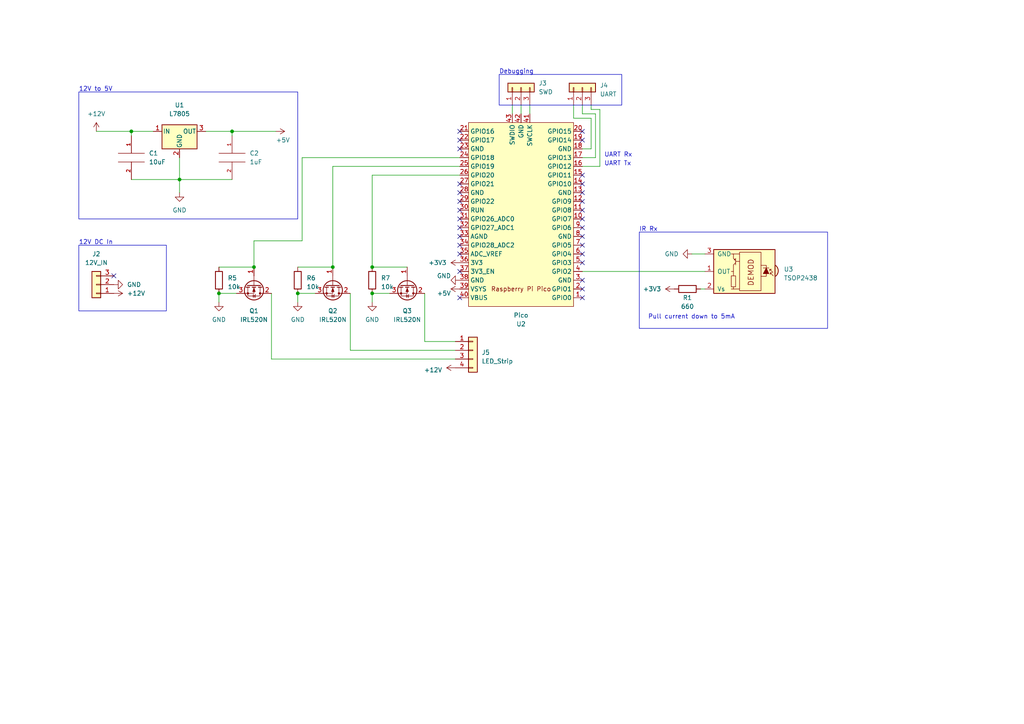
<source format=kicad_sch>
(kicad_sch (version 20230121) (generator eeschema)
  (paper "A4")
  (title_block (title "LED Strip Controller") (date "2023-03-02") (rev "4") (company "Toby Godfrey & George Peppard") (comment 2 "IRL520N only can be substituted, others accept no substitute") (comment 3 "Strip MUST have current protection on-strip, none provided here") (comment 4 "SUITABLE FOR 12V DC LED STRIPS ONLY"))
  (lib_symbols
    (symbol "Connector_Generic:Conn_01x03" (pin_names (offset 1.016) hide)
      (property "Reference" "J" (at 0 5.08 0))
      (property "Value" "Conn_01x03" (at 0 -5.08 0))
      (symbol "Conn_01x03_1_1"
        (rectangle (start -1.27 -2.413) (end 0 -2.667) (stroke (width 0.1524)))
        (rectangle (start -1.27 0.127) (end 0 -0.127) (stroke (width 0.1524)))
        (rectangle (start -1.27 2.667) (end 0 2.413) (stroke (width 0.1524)))
        (rectangle (start -1.27 3.81) (end 1.27 -3.81) (stroke (width 0.254)) (fill (type background)))
        (pin passive line (at -5.08 2.54 0) (length 3.81) (name "Pin_1") (number "1"))
        (pin passive line (at -5.08 0 0) (length 3.81) (name "Pin_2") (number "2"))
        (pin passive line (at -5.08 -2.54 0) (length 3.81) (name "Pin_3") (number "3"))
      )
    )
    (symbol "Connector_Generic:Conn_01x04" (pin_names (offset 1.016) hide)
      (property "Reference" "J" (at 0 5.08 0))
      (property "Value" "Conn_01x04" (at 0 -7.62 0))
      (symbol "Conn_01x04_1_1"
        (rectangle (start -1.27 -4.953) (end 0 -5.207) (stroke (width 0.1524)))
        (rectangle (start -1.27 -2.413) (end 0 -2.667) (stroke (width 0.1524)))
        (rectangle (start -1.27 0.127) (end 0 -0.127) (stroke (width 0.1524)))
        (rectangle (start -1.27 2.667) (end 0 2.413) (stroke (width 0.1524)))
        (rectangle (start -1.27 3.81) (end 1.27 -6.35) (stroke (width 0.254)) (fill (type background)))
        (pin passive line (at -5.08 2.54 0) (length 3.81) (name "Pin_1") (number "1"))
        (pin passive line (at -5.08 0 0) (length 3.81) (name "Pin_2") (number "2"))
        (pin passive line (at -5.08 -2.54 0) (length 3.81) (name "Pin_3") (number "3"))
        (pin passive line (at -5.08 -5.08 0) (length 3.81) (name "Pin_4") (number "4"))
      )
    )
    (symbol "Device:Q_NMOS_GDS" (pin_names (offset 0) hide)
      (property "Reference" "Q" (at 5.08 1.27 0))
      (property "Value" "Q_NMOS_GDS" (at 5.08 -1.27 0))
      (symbol "Q_NMOS_GDS_0_1"
        (polyline (pts (xy 0.254 0) (xy -2.54 0)))
        (polyline (pts (xy 0.254 1.905) (xy 0.254 -1.905)) (stroke (width 0.254)))
        (polyline (pts (xy 0.762 -1.27) (xy 0.762 -2.286)) (stroke (width 0.254)))
        (polyline (pts (xy 0.762 0.508) (xy 0.762 -0.508)) (stroke (width 0.254)))
        (polyline (pts (xy 0.762 2.286) (xy 0.762 1.27)) (stroke (width 0.254)))
        (polyline (pts (xy 2.54 2.54) (xy 2.54 1.778)))
        (polyline (pts (xy 2.54 -2.54) (xy 2.54 0) (xy 0.762 0)))
        (polyline (pts (xy 0.762 -1.778) (xy 3.302 -1.778) (xy 3.302 1.778) (xy 0.762 1.778)))
        (polyline (pts (xy 1.016 0) (xy 2.032 0.381) (xy 2.032 -0.381) (xy 1.016 0)) (fill (type outline)))
        (polyline (pts (xy 2.794 0.508) (xy 2.921 0.381) (xy 3.683 0.381) (xy 3.81 0.254)))
        (polyline (pts (xy 3.302 0.381) (xy 2.921 -0.254) (xy 3.683 -0.254) (xy 3.302 0.381)))
        (circle (center 1.651 0) (radius 2.794) (stroke (width 0.254)))
        (circle (center 2.54 -1.778) (radius 0.254) (fill (type outline)))
        (circle (center 2.54 1.778) (radius 0.254) (fill (type outline)))
      )
      (symbol "Q_NMOS_GDS_1_1"
        (pin input line (at -5.08 0 0) (length 2.54) (name "G") (number "1"))
        (pin passive line (at 2.54 5.08 270) (length 2.54) (name "D") (number "2"))
        (pin passive line (at 2.54 -5.08 90) (length 2.54) (name "S") (number "3"))
      )
    )
    (symbol "Device:R" (pin_numbers hide) (pin_names (offset 0))
      (property "Reference" "R" (at 2.032 0 90))
      (property "Value" "R" (at 0 0 90))
      (symbol "R_0_1"
        (rectangle (start -1.016 -2.54) (end 1.016 2.54) (stroke (width 0.254)))
      )
      (symbol "R_1_1"
        (pin passive line (at 0 3.81 270) (length 1.27) (name "~") (number "1"))
        (pin passive line (at 0 -3.81 90) (length 1.27) (name "~") (number "2"))
      )
    )
    (symbol "Interface_Optical:TSOP23xx" (pin_names (offset 1.016))
      (property "Reference" "U" (at -10.16 7.62 0))
      (property "Value" "TSOP23xx" (at -10.16 -7.62 0))
      (symbol "TSOP23xx_0_0"
        (arc (start -10.287 1.397) (mid -11.0899 -0.1852) (end -10.287 -1.778) (stroke (width 0.254)) (fill (type background)))
        (polyline (pts (xy 1.905 -5.08) (xy 0.127 -5.08)))
        (polyline (pts (xy 1.905 5.08) (xy 0.127 5.08)))
        (text "DEMOD" (at -3.175 0.254 900) (effects (font (size 1.524 1.524))))
      )
      (symbol "TSOP23xx_0_1"
        (rectangle (start -6.096 5.588) (end 0.127 -5.588))
        (polyline (pts (xy -8.763 0.381) (xy -9.652 1.27)))
        (polyline (pts (xy -8.763 0.381) (xy -9.271 0.381)))
        (polyline (pts (xy -8.763 0.381) (xy -8.763 0.889)))
        (polyline (pts (xy -8.636 -0.635) (xy -9.525 0.254)))
        (polyline (pts (xy -8.636 -0.635) (xy -9.144 -0.635)))
        (polyline (pts (xy -8.636 -0.635) (xy -8.636 -0.127)))
        (polyline (pts (xy -8.382 -1.016) (xy -6.731 -1.016)))
        (polyline (pts (xy 1.27 -2.921) (xy 0.127 -2.921)))
        (polyline (pts (xy 1.27 -1.905) (xy 1.27 -3.81)))
        (polyline (pts (xy 1.397 -3.556) (xy 1.524 -3.556)))
        (polyline (pts (xy 1.651 -3.556) (xy 1.524 -3.556)))
        (polyline (pts (xy 1.651 -3.556) (xy 1.651 -3.302)))
        (polyline (pts (xy 1.905 0) (xy 1.905 1.27)))
        (polyline (pts (xy 1.905 4.445) (xy 1.905 5.08) (xy 2.54 5.08)))
        (polyline (pts (xy -8.382 0.635) (xy -6.731 0.635) (xy -7.62 -1.016) (xy -8.382 0.635)) (fill (type outline)))
        (polyline (pts (xy -6.096 1.397) (xy -7.62 1.397) (xy -7.62 -1.778) (xy -6.096 -1.778)))
        (polyline (pts (xy 1.27 -3.175) (xy 1.905 -3.81) (xy 1.905 -5.08) (xy 2.54 -5.08)))
        (polyline (pts (xy 1.27 -2.54) (xy 1.905 -1.905) (xy 1.905 0) (xy 2.54 0)))
        (rectangle (start 2.54 1.27) (end 1.27 4.445))
        (rectangle (start 7.62 6.35) (end -10.16 -6.35) (stroke (width 0.254)) (fill (type background)))
      )
      (symbol "TSOP23xx_1_1"
        (pin output line (at 10.16 0 180) (length 2.54) (name "OUT") (number "1"))
        (pin power_in line (at 10.16 5.08 180) (length 2.54) (name "Vs") (number "2"))
        (pin power_in line (at 10.16 -5.08 180) (length 2.54) (name "GND") (number "3"))
      )
    )
    (symbol "MCU_RaspberryPi_and_Boards:Pico"
      (property "Reference" "U" (at -13.97 27.94 0))
      (property "Value" "Pico" (at 0 19.05 0))
      (symbol "Pico_0_0"
        (text "Raspberry Pi Pico" (at 0 21.59 0) (effects (font (size 1.27 1.27))))
      )
      (symbol "Pico_0_1"
        (rectangle (start -15.24 26.67) (end 15.24 -26.67) (fill (type background)))
      )
      (symbol "Pico_1_1"
        (pin bidirectional line (at -17.78 24.13 0) (length 2.54) (name "GPIO0") (number "1"))
        (pin bidirectional line (at -17.78 1.27 0) (length 2.54) (name "GPIO7") (number "10"))
        (pin bidirectional line (at -17.78 -1.27 0) (length 2.54) (name "GPIO8") (number "11"))
        (pin bidirectional line (at -17.78 -3.81 0) (length 2.54) (name "GPIO9") (number "12"))
        (pin power_in line (at -17.78 -6.35 0) (length 2.54) (name "GND") (number "13"))
        (pin bidirectional line (at -17.78 -8.89 0) (length 2.54) (name "GPIO10") (number "14"))
        (pin bidirectional line (at -17.78 -11.43 0) (length 2.54) (name "GPIO11") (number "15"))
        (pin bidirectional line (at -17.78 -13.97 0) (length 2.54) (name "GPIO12") (number "16"))
        (pin bidirectional line (at -17.78 -16.51 0) (length 2.54) (name "GPIO13") (number "17"))
        (pin power_in line (at -17.78 -19.05 0) (length 2.54) (name "GND") (number "18"))
        (pin bidirectional line (at -17.78 -21.59 0) (length 2.54) (name "GPIO14") (number "19"))
        (pin bidirectional line (at -17.78 21.59 0) (length 2.54) (name "GPIO1") (number "2"))
        (pin bidirectional line (at -17.78 -24.13 0) (length 2.54) (name "GPIO15") (number "20"))
        (pin bidirectional line (at 17.78 -24.13 180) (length 2.54) (name "GPIO16") (number "21"))
        (pin bidirectional line (at 17.78 -21.59 180) (length 2.54) (name "GPIO17") (number "22"))
        (pin power_in line (at 17.78 -19.05 180) (length 2.54) (name "GND") (number "23"))
        (pin bidirectional line (at 17.78 -16.51 180) (length 2.54) (name "GPIO18") (number "24"))
        (pin bidirectional line (at 17.78 -13.97 180) (length 2.54) (name "GPIO19") (number "25"))
        (pin bidirectional line (at 17.78 -11.43 180) (length 2.54) (name "GPIO20") (number "26"))
        (pin bidirectional line (at 17.78 -8.89 180) (length 2.54) (name "GPIO21") (number "27"))
        (pin power_in line (at 17.78 -6.35 180) (length 2.54) (name "GND") (number "28"))
        (pin bidirectional line (at 17.78 -3.81 180) (length 2.54) (name "GPIO22") (number "29"))
        (pin power_in line (at -17.78 19.05 0) (length 2.54) (name "GND") (number "3"))
        (pin input line (at 17.78 -1.27 180) (length 2.54) (name "RUN") (number "30"))
        (pin bidirectional line (at 17.78 1.27 180) (length 2.54) (name "GPIO26_ADC0") (number "31"))
        (pin bidirectional line (at 17.78 3.81 180) (length 2.54) (name "GPIO27_ADC1") (number "32"))
        (pin power_in line (at 17.78 6.35 180) (length 2.54) (name "AGND") (number "33"))
        (pin bidirectional line (at 17.78 8.89 180) (length 2.54) (name "GPIO28_ADC2") (number "34"))
        (pin power_in line (at 17.78 11.43 180) (length 2.54) (name "ADC_VREF") (number "35"))
        (pin power_in line (at 17.78 13.97 180) (length 2.54) (name "3V3") (number "36"))
        (pin input line (at 17.78 16.51 180) (length 2.54) (name "3V3_EN") (number "37"))
        (pin bidirectional line (at 17.78 19.05 180) (length 2.54) (name "GND") (number "38"))
        (pin power_in line (at 17.78 21.59 180) (length 2.54) (name "VSYS") (number "39"))
        (pin bidirectional line (at -17.78 16.51 0) (length 2.54) (name "GPIO2") (number "4"))
        (pin power_in line (at 17.78 24.13 180) (length 2.54) (name "VBUS") (number "40"))
        (pin input line (at -2.54 -29.21 90) (length 2.54) (name "SWCLK") (number "41"))
        (pin power_in line (at 0 -29.21 90) (length 2.54) (name "GND") (number "42"))
        (pin bidirectional line (at 2.54 -29.21 90) (length 2.54) (name "SWDIO") (number "43"))
        (pin bidirectional line (at -17.78 13.97 0) (length 2.54) (name "GPIO3") (number "5"))
        (pin bidirectional line (at -17.78 11.43 0) (length 2.54) (name "GPIO4") (number "6"))
        (pin bidirectional line (at -17.78 8.89 0) (length 2.54) (name "GPIO5") (number "7"))
        (pin power_in line (at -17.78 6.35 0) (length 2.54) (name "GND") (number "8"))
        (pin bidirectional line (at -17.78 3.81 0) (length 2.54) (name "GPIO6") (number "9"))
      )
    )
    (symbol "Regulator_Linear:L7805" (pin_names (offset 0.254))
      (property "Reference" "U" (at -3.81 3.175 0))
      (property "Value" "L7805" (at 0 3.175 0))
      (symbol "L7805_0_1"
        (rectangle (start -5.08 1.905) (end 5.08 -5.08) (stroke (width 0.254)) (fill (type background)))
      )
      (symbol "L7805_1_1"
        (pin power_in line (at -7.62 0 0) (length 2.54) (name "IN") (number "1"))
        (pin power_in line (at 0 -7.62 90) (length 2.54) (name "GND") (number "2"))
        (pin power_out line (at 7.62 0 180) (length 2.54) (name "OUT") (number "3"))
      )
    )
    (symbol "power:+12V" (power) (pin_names (offset 0))
      (property "Value" "+12V" (at 0 3.556 0))
      (symbol "+12V_0_1"
        (polyline (pts (xy -0.762 1.27) (xy 0 2.54)))
        (polyline (pts (xy 0 0) (xy 0 2.54)))
        (polyline (pts (xy 0 2.54) (xy 0.762 1.27)))
      )
      (symbol "+12V_1_1"
        (pin power_in line (at 0 0 90) (length 0) hide (name "+12V") (number "1"))
      )
    )
    (symbol "power:+3V3" (power) (pin_names (offset 0))
      (property "Value" "+3V3" (at 0 3.556 0))
      (symbol "+3V3_0_1"
        (polyline (pts (xy -0.762 1.27) (xy 0 2.54)))
        (polyline (pts (xy 0 0) (xy 0 2.54)))
        (polyline (pts (xy 0 2.54) (xy 0.762 1.27)))
      )
      (symbol "+3V3_1_1"
        (pin power_in line (at 0 0 90) (length 0) hide (name "+3V3") (number "1"))
      )
    )
    (symbol "power:+5V" (power) (pin_names (offset 0))
      (property "Value" "+5V" (at 0 3.556 0))
      (symbol "+5V_0_1"
        (polyline (pts (xy -0.762 1.27) (xy 0 2.54)))
        (polyline (pts (xy 0 0) (xy 0 2.54)))
        (polyline (pts (xy 0 2.54) (xy 0.762 1.27)))
      )
      (symbol "+5V_1_1"
        (pin power_in line (at 0 0 90) (length 0) hide (name "+5V") (number "1"))
      )
    )
    (symbol "power:GND" (power) (pin_names (offset 0))
      (property "Value" "GND" (at 0 -3.81 0))
      (symbol "GND_0_1"
        (polyline (pts (xy 0 0) (xy 0 -1.27) (xy 1.27 -1.27) (xy 0 -2.54) (xy -1.27 -1.27) (xy 0 -1.27)))
      )
      (symbol "GND_1_1"
        (pin power_in line (at 0 0 270) (length 0) hide (name "GND") (number "1"))
      )
    )
    (symbol "pspice:CAP" (pin_names (offset 0.254))
      (property "Reference" "C" (at 2.54 3.81 90))
      (property "Value" "CAP" (at 2.54 -3.81 90))
      (symbol "CAP_0_1"
        (polyline (pts (xy -3.81 -1.27) (xy 3.81 -1.27)))
        (polyline (pts (xy -3.81 1.27) (xy 3.81 1.27)))
      )
      (symbol "CAP_1_1"
        (pin passive line (at 0 6.35 270) (length 5.08) (name "~") (number "1"))
        (pin passive line (at 0 -6.35 90) (length 5.08) (name "~") (number "2"))
      )
    )
  )
  (junction (at 38.1 38.1))
  (junction (at 52.07 52.07))
  (junction (at 107.95 77.47))
  (junction (at 63.5 85.09))
  (junction (at 86.36 85.09))
  (junction (at 107.95 85.09))
  (junction (at 96.52 77.47))
  (junction (at 73.66 77.47))
  (junction (at 67.31 38.1))
  (no_connect (at 133.35 73.66))
  (no_connect (at 133.35 60.96))
  (no_connect (at 168.91 53.34))
  (no_connect (at 133.35 68.58))
  (no_connect (at 168.91 68.58))
  (no_connect (at 168.91 81.28))
  (no_connect (at 33.02 80.01))
  (no_connect (at 133.35 53.34))
  (no_connect (at 168.91 50.8))
  (no_connect (at 133.35 40.64))
  (no_connect (at 133.35 78.74))
  (no_connect (at 168.91 40.64))
  (no_connect (at 168.91 86.36))
  (no_connect (at 168.91 76.2))
  (no_connect (at 168.91 58.42))
  (no_connect (at 133.35 71.12))
  (no_connect (at 133.35 38.1))
  (no_connect (at 133.35 66.04))
  (no_connect (at 168.91 55.88))
  (no_connect (at 168.91 83.82))
  (no_connect (at 168.91 73.66))
  (no_connect (at 133.35 55.88))
  (no_connect (at 168.91 63.5))
  (no_connect (at 168.91 38.1))
  (no_connect (at 133.35 63.5))
  (no_connect (at 168.91 66.04))
  (no_connect (at 168.91 60.96))
  (no_connect (at 133.35 58.42))
  (no_connect (at 168.91 71.12))
  (no_connect (at 133.35 86.36))
  (no_connect (at 133.35 43.18))
  (wire (pts (xy 172.72 33.02) (xy 172.72 45.72)))
  (wire (pts (xy 153.67 30.48) (xy 153.67 33.02)))
  (wire (pts (xy 204.47 73.66) (xy 200.66 73.66)))
  (wire (pts (xy 101.6 101.6) (xy 132.08 101.6)))
  (wire (pts (xy 78.74 104.14) (xy 132.08 104.14)))
  (wire (pts (xy 38.1 52.07) (xy 52.07 52.07)))
  (wire (pts (xy 38.1 38.1) (xy 44.45 38.1)))
  (wire (pts (xy 107.95 77.47) (xy 118.11 77.47)))
  (wire (pts (xy 123.19 99.06) (xy 132.08 99.06)))
  (wire (pts (xy 168.91 43.18) (xy 171.45 43.18)))
  (wire (pts (xy 73.66 69.85) (xy 73.66 77.47)))
  (wire (pts (xy 96.52 48.26) (xy 96.52 77.47)))
  (wire (pts (xy 63.5 87.63) (xy 63.5 85.09)))
  (wire (pts (xy 171.45 30.48) (xy 171.45 31.75)))
  (wire (pts (xy 107.95 50.8) (xy 107.95 77.47)))
  (wire (pts (xy 168.91 33.02) (xy 172.72 33.02)))
  (wire (pts (xy 38.1 38.1) (xy 38.1 39.37)))
  (wire (pts (xy 63.5 77.47) (xy 73.66 77.47)))
  (wire (pts (xy 123.19 85.09) (xy 123.19 99.06)))
  (wire (pts (xy 67.31 38.1) (xy 80.01 38.1)))
  (wire (pts (xy 168.91 48.26) (xy 173.99 48.26)))
  (wire (pts (xy 168.91 45.72) (xy 172.72 45.72)))
  (wire (pts (xy 173.99 31.75) (xy 171.45 31.75)))
  (wire (pts (xy 101.6 85.09) (xy 101.6 101.6)))
  (wire (pts (xy 133.35 45.72) (xy 87.63 45.72)))
  (wire (pts (xy 67.31 38.1) (xy 67.31 39.37)))
  (wire (pts (xy 27.94 38.1) (xy 38.1 38.1)))
  (wire (pts (xy 87.63 45.72) (xy 87.63 69.85)))
  (wire (pts (xy 63.5 85.09) (xy 68.58 85.09)))
  (wire (pts (xy 86.36 87.63) (xy 86.36 85.09)))
  (wire (pts (xy 59.69 38.1) (xy 67.31 38.1)))
  (wire (pts (xy 204.47 83.82) (xy 203.2 83.82)))
  (wire (pts (xy 168.91 30.48) (xy 168.91 33.02)))
  (wire (pts (xy 151.13 30.48) (xy 151.13 33.02)))
  (wire (pts (xy 166.37 34.29) (xy 166.37 30.48)))
  (wire (pts (xy 171.45 43.18) (xy 171.45 34.29)))
  (wire (pts (xy 133.35 48.26) (xy 96.52 48.26)))
  (wire (pts (xy 173.99 48.26) (xy 173.99 31.75)))
  (wire (pts (xy 52.07 52.07) (xy 67.31 52.07)))
  (wire (pts (xy 107.95 85.09) (xy 113.03 85.09)))
  (wire (pts (xy 52.07 45.72) (xy 52.07 52.07)))
  (wire (pts (xy 133.35 50.8) (xy 107.95 50.8)))
  (wire (pts (xy 87.63 69.85) (xy 73.66 69.85)))
  (wire (pts (xy 168.91 78.74) (xy 204.47 78.74)))
  (wire (pts (xy 107.95 87.63) (xy 107.95 85.09)))
  (wire (pts (xy 86.36 77.47) (xy 96.52 77.47)))
  (wire (pts (xy 86.36 85.09) (xy 91.44 85.09)))
  (wire (pts (xy 148.59 30.48) (xy 148.59 33.02)))
  (wire (pts (xy 78.74 85.09) (xy 78.74 104.14)))
  (wire (pts (xy 171.45 34.29) (xy 166.37 34.29)))
  (wire (pts (xy 52.07 52.07) (xy 52.07 55.88)))
  (rectangle (start 144.78 21.59) (end 180.34 30.48))
  (rectangle (start 22.86 71.12) (end 48.26 90.17))
  (rectangle (start 22.86 26.67) (end 86.36 63.5))
  (rectangle (start 185.42 67.31) (end 240.03 95.25))
  (text "UART Rx" (at 175.26 45.72 0) (effects (font (size 1.27 1.27)) (justify left bottom)))
  (text "Pull current down to 5mA" (at 187.96 92.71 0) (effects (font (size 1.27 1.27)) (justify left bottom)))
  (text "Debugging" (at 144.78 21.59 0) (effects (font (size 1.27 1.27)) (justify left bottom)))
  (text "UART Tx" (at 175.26 48.26 0) (effects (font (size 1.27 1.27)) (justify left bottom)))
  (text "12V DC In" (at 22.86 71.12 0) (effects (font (size 1.27 1.27)) (justify left bottom)))
  (text "12V to 5V" (at 22.86 26.67 0) (effects (font (size 1.27 1.27)) (justify left bottom)))
  (text "IR Rx" (at 185.42 67.31 0) (effects (font (size 1.27 1.27)) (justify left bottom)))
  (symbol (lib_id "power:+12V") (at 27.94 38.1 0) (unit 1)
    (property "Reference" "#PWR0102" (effects hide))
    (property "Value" "+12V" (at 27.94 33.02 0))
  )
  (symbol (lib_id "Regulator_Linear:L7805") (at 52.07 38.1 0) (unit 1)
    (property "Reference" "U1" (at 52.07 30.48 0))
    (property "Value" "L7805" (at 52.07 33.02 0))
    (property "Footprint" "Package_TO_SOT_THT:TO-220-3_Horizontal_TabUp" (effects hide))
    (property "Datasheet" "http://www.st.com/content/ccc/resource/technical/document/datasheet/41/4f/b3/b0/12/d4/47/88/CD00000444.pdf/files/CD00000444.pdf/jcr:content/translations/en.CD00000444.pdf" (effects hide))
  )
  (symbol (lib_id "power:+5V") (at 133.35 83.82 90) (unit 1)
    (property "Reference" "#PWR0103" (effects hide))
    (property "Value" "+5V" (at 130.81 85.09 90) (effects (justify left)))
  )
  (symbol (lib_id "Device:R") (at 63.5 81.28 0) (unit 1)
    (property "Reference" "R5" (at 66.04 80.645 0) (effects (justify left)))
    (property "Value" "10k" (at 66.04 83.185 0) (effects (justify left)))
    (property "Footprint" "Resistor_THT:R_Axial_DIN0207_L6.3mm_D2.5mm_P7.62mm_Horizontal" (effects hide))
  )
  (symbol (lib_id "MCU_RaspberryPi_and_Boards:Pico") (at 151.13 62.23 180) (unit 1)
    (property "Reference" "U2" (at 151.13 93.98 0))
    (property "Value" "Pico" (at 151.13 91.44 0))
    (property "Footprint" "MCU_RaspberryPi_and_Boards:RPi_Pico_SMD_TH" (effects hide))
  )
  (symbol (lib_id "power:GND") (at 133.35 81.28 270) (unit 1)
    (property "Reference" "#PWR01" (effects hide))
    (property "Value" "GND" (at 130.81 80.01 90) (effects (justify right)))
  )
  (symbol (lib_id "power:+5V") (at 80.01 38.1 270) (unit 1)
    (property "Reference" "#PWR0101" (effects hide))
    (property "Value" "+5V" (at 80.01 40.64 90) (effects (justify left)))
  )
  (symbol (lib_id "power:GND") (at 52.07 55.88 0) (unit 1)
    (property "Reference" "#PWR02" (effects hide))
    (property "Value" "GND" (at 52.07 60.96 0))
  )
  (symbol (lib_id "Connector_Generic:Conn_01x03") (at 151.13 25.4 90) (unit 1)
    (property "Reference" "J3" (at 156.21 24.1299 90) (effects (justify right)))
    (property "Value" "SWD" (at 156.21 26.6699 90) (effects (justify right)))
    (property "Footprint" "Connector_PinHeader_2.00mm:PinHeader_1x03_P2.00mm_Vertical" (effects hide))
  )
  (symbol (lib_id "power:+12V") (at 33.02 85.09 270) (unit 1)
    (property "Reference" "#PWR04" (effects hide))
    (property "Value" "+12V" (at 36.83 85.0899 90) (effects (justify left)))
  )
  (symbol (lib_id "power:+3V3") (at 195.58 83.82 90) (unit 1)
    (property "Reference" "#PWR08" (effects hide))
    (property "Value" "+3V3" (at 191.77 83.8199 90) (effects (justify left)))
  )
  (symbol (lib_id "Device:R") (at 199.39 83.82 90) (unit 1)
    (property "Reference" "R1" (at 199.39 86.36 90))
    (property "Value" "660" (at 199.39 88.9 90))
    (property "Footprint" "Resistor_THT:R_Axial_DIN0207_L6.3mm_D2.5mm_P7.62mm_Horizontal" (effects hide))
  )
  (symbol (lib_id "power:GND") (at 200.66 73.66 270) (unit 1)
    (property "Reference" "#PWR07" (effects hide))
    (property "Value" "GND" (at 196.85 73.6599 90) (effects (justify right)))
  )
  (symbol (lib_id "power:+12V") (at 132.08 106.68 90) (unit 1)
    (property "Reference" "#PWR018" (effects hide))
    (property "Value" "+12V" (at 128.27 107.315 90) (effects (justify left)))
  )
  (symbol (lib_id "pspice:CAP") (at 67.31 45.72 0) (unit 1)
    (property "Reference" "C2" (at 72.39 44.4499 0) (effects (justify left)))
    (property "Value" "1uF" (at 72.39 46.9899 0) (effects (justify left)))
    (property "Footprint" "Capacitor_THT:CP_Radial_D4.0mm_P2.00mm" (effects hide))
  )
  (symbol (lib_id "power:GND") (at 107.95 87.63 0) (unit 1)
    (property "Reference" "#PWR017" (effects hide))
    (property "Value" "GND" (at 107.95 92.71 0))
  )
  (symbol (lib_id "Device:R") (at 86.36 81.28 0) (unit 1)
    (property "Reference" "R6" (at 88.9 80.645 0) (effects (justify left)))
    (property "Value" "10k" (at 88.9 83.185 0) (effects (justify left)))
    (property "Footprint" "Resistor_THT:R_Axial_DIN0207_L6.3mm_D2.5mm_P7.62mm_Horizontal" (effects hide))
  )
  (symbol (lib_id "pspice:CAP") (at 38.1 45.72 0) (unit 1)
    (property "Reference" "C1" (at 43.18 44.4499 0) (effects (justify left)))
    (property "Value" "10uF" (at 43.18 46.9899 0) (effects (justify left)))
    (property "Footprint" "Capacitor_THT:CP_Radial_D4.0mm_P2.00mm" (effects hide))
  )
  (symbol (lib_id "power:GND") (at 33.02 82.55 90) (unit 1)
    (property "Reference" "#PWR03" (effects hide))
    (property "Value" "GND" (at 36.83 82.5499 90) (effects (justify right)))
  )
  (symbol (lib_id "Device:Q_NMOS_GDS") (at 118.11 82.55 270) (unit 1)
    (property "Reference" "Q3" (at 118.11 90.17 90))
    (property "Value" "IRL520N" (at 118.11 92.71 90))
    (property "Footprint" "Package_TO_SOT_THT:TO-220-3_Vertical" (effects hide))
  )
  (symbol (lib_id "power:+3V3") (at 133.35 76.2 90) (unit 1)
    (property "Reference" "#PWR05" (effects hide))
    (property "Value" "+3V3" (at 129.54 76.1999 90) (effects (justify left)))
  )
  (symbol (lib_id "Device:R") (at 107.95 81.28 0) (unit 1)
    (property "Reference" "R7" (at 110.49 80.645 0) (effects (justify left)))
    (property "Value" "10k" (at 110.49 83.185 0) (effects (justify left)))
    (property "Footprint" "Resistor_THT:R_Axial_DIN0207_L6.3mm_D2.5mm_P7.62mm_Horizontal" (effects hide))
  )
  (symbol (lib_id "Connector_Generic:Conn_01x03") (at 168.91 25.4 90) (unit 1)
    (property "Reference" "J4" (at 173.99 24.765 90) (effects (justify right)))
    (property "Value" "UART" (at 173.99 27.305 90) (effects (justify right)))
    (property "Footprint" "Connector_PinHeader_2.00mm:PinHeader_1x03_P2.00mm_Vertical" (effects hide))
  )
  (symbol (lib_id "power:GND") (at 63.5 87.63 0) (unit 1)
    (property "Reference" "#PWR015" (effects hide))
    (property "Value" "GND" (at 63.5 92.71 0))
  )
  (symbol (lib_id "Connector_Generic:Conn_01x03") (at 27.94 82.55 180) (unit 1)
    (property "Reference" "J2" (at 27.94 73.66 0))
    (property "Value" "12V_IN" (at 27.94 76.2 0))
    (property "Footprint" "Connector_BarrelJack:BarrelJack_Wuerth_6941xx301002" (effects hide))
  )
  (symbol (lib_id "power:GND") (at 86.36 87.63 0) (unit 1)
    (property "Reference" "#PWR016" (effects hide))
    (property "Value" "GND" (at 86.36 92.71 0))
  )
  (symbol (lib_id "Connector_Generic:Conn_01x04") (at 137.16 101.6 0) (unit 1)
    (property "Reference" "J5" (at 139.7 102.235 0) (effects (justify left)))
    (property "Value" "LED_Strip" (at 139.7 104.775 0) (effects (justify left)))
    (property "Footprint" "Connector_Molex:Molex_MicroClasp_55935-0410_1x04_P2.00mm_Horizontal" (effects hide))
  )
  (symbol (lib_id "Device:Q_NMOS_GDS") (at 73.66 82.55 270) (unit 1)
    (property "Reference" "Q1" (at 73.66 90.17 90))
    (property "Value" "IRL520N" (at 73.66 92.71 90))
    (property "Footprint" "Package_TO_SOT_THT:TO-220-3_Vertical" (effects hide))
  )
  (symbol (lib_id "Device:Q_NMOS_GDS") (at 96.52 82.55 270) (unit 1)
    (property "Reference" "Q2" (at 96.52 90.17 90))
    (property "Value" "IRL520N" (at 96.52 92.71 90))
    (property "Footprint" "Package_TO_SOT_THT:TO-220-3_Vertical" (effects hide))
  )
  (symbol (lib_id "Interface_Optical:TSOP23xx") (at 214.63 78.74 180) (unit 1)
    (property "Reference" "U3" (at 227.33 78.105 0) (effects (justify right)))
    (property "Value" "TSOP2438" (at 227.33 80.645 0) (effects (justify right)))
    (property "Footprint" "OptoDevice:Vishay_MOLD-3Pin" (effects hide))
    (property "Datasheet" "http://www.vishay.com/docs/82460/tsop45.pdf" (effects hide))
  )
)
</source>
